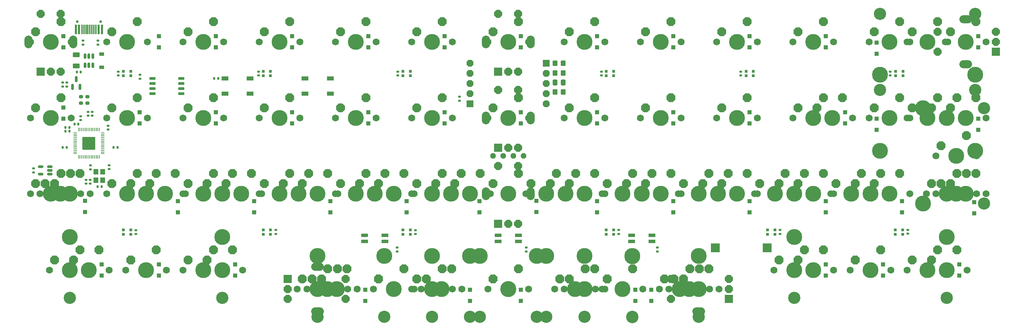
<source format=gbr>
%TF.GenerationSoftware,KiCad,Pcbnew,(7.0.0)*%
%TF.CreationDate,2023-11-20T17:20:02+01:00*%
%TF.ProjectId,alpha-curISO,616c7068-612d-4637-9572-49534f2e6b69,rev?*%
%TF.SameCoordinates,Original*%
%TF.FileFunction,Soldermask,Bot*%
%TF.FilePolarity,Negative*%
%FSLAX46Y46*%
G04 Gerber Fmt 4.6, Leading zero omitted, Abs format (unit mm)*
G04 Created by KiCad (PCBNEW (7.0.0)) date 2023-11-20 17:20:02*
%MOMM*%
%LPD*%
G01*
G04 APERTURE LIST*
G04 Aperture macros list*
%AMRoundRect*
0 Rectangle with rounded corners*
0 $1 Rounding radius*
0 $2 $3 $4 $5 $6 $7 $8 $9 X,Y pos of 4 corners*
0 Add a 4 corners polygon primitive as box body*
4,1,4,$2,$3,$4,$5,$6,$7,$8,$9,$2,$3,0*
0 Add four circle primitives for the rounded corners*
1,1,$1+$1,$2,$3*
1,1,$1+$1,$4,$5*
1,1,$1+$1,$6,$7*
1,1,$1+$1,$8,$9*
0 Add four rect primitives between the rounded corners*
20,1,$1+$1,$2,$3,$4,$5,0*
20,1,$1+$1,$4,$5,$6,$7,0*
20,1,$1+$1,$6,$7,$8,$9,0*
20,1,$1+$1,$8,$9,$2,$3,0*%
%AMFreePoly0*
4,1,17,0.480635,1.110355,1.110356,0.480635,1.125000,0.445280,1.125000,-0.445280,1.110356,-0.480635,0.480635,-1.110355,0.445280,-1.125000,-0.445280,-1.125000,-0.480635,-1.110356,-1.110355,-0.480635,-1.125000,-0.445280,-1.125000,0.445280,-1.110355,0.480635,-0.480635,1.110356,-0.445280,1.125000,0.445280,1.125000,0.480635,1.110355,0.480635,1.110355,$1*%
%AMFreePoly1*
4,1,14,0.985355,0.985355,1.000000,0.950000,1.000000,-0.950000,0.985355,-0.985355,0.950000,-1.000000,0.000000,-1.000000,-0.950000,-1.000000,-0.985355,-0.985355,-1.000000,-0.950000,-1.000000,0.950000,-0.985355,0.985355,-0.950000,1.000000,0.950000,1.000000,0.985355,0.985355,0.985355,0.985355,$1*%
%AMFreePoly2*
4,1,30,0.428858,0.985355,0.707104,0.707109,0.707107,0.707107,0.707109,0.707104,0.985356,0.428858,1.000000,0.393503,1.000000,-0.393503,0.985356,-0.428858,0.707109,-0.707104,0.707107,-0.707107,0.707104,-0.707109,0.428858,-0.985355,0.393503,-1.000000,0.000000,-1.000000,-0.393503,-1.000000,-0.428858,-0.985356,-0.707104,-0.707109,-0.707107,-0.707107,-0.707109,-0.707104,-0.985355,-0.428858,
-1.000000,-0.393503,-1.000000,0.393503,-0.985354,0.428858,-0.707111,0.707101,-0.707107,0.707107,-0.707101,0.707111,-0.428858,0.985356,-0.393503,1.000000,0.393503,1.000000,0.428858,0.985355,0.428858,0.985355,$1*%
%AMFreePoly3*
4,1,17,0.470280,1.085355,1.085355,0.470280,1.100000,0.434925,1.100000,-0.434925,1.085355,-0.470281,0.470280,-1.085355,0.434925,-1.100000,-0.434925,-1.100000,-0.470281,-1.085355,-1.085355,-0.470280,-1.100000,-0.434925,-1.100000,0.434925,-1.085355,0.470280,-0.470281,1.085355,-0.434925,1.100000,0.434925,1.100000,0.470280,1.085355,0.470280,1.085355,$1*%
%AMFreePoly4*
4,1,17,0.303973,0.683855,0.683855,0.303973,0.698500,0.268618,0.698500,-0.268618,0.683855,-0.303974,0.303973,-0.683855,0.268618,-0.698500,-0.268618,-0.698500,-0.303974,-0.683855,-0.683855,-0.303973,-0.698500,-0.268618,-0.698500,0.268618,-0.683855,0.303973,-0.303974,0.683855,-0.268618,0.698500,0.268618,0.698500,0.303973,0.683855,0.303973,0.683855,$1*%
%AMFreePoly5*
4,1,13,0.835355,0.835355,0.850000,0.800000,0.850000,-0.800000,0.835355,-0.835355,0.800000,-0.850000,-0.800000,-0.850000,-0.835355,-0.835355,-0.850000,-0.800000,-0.850000,0.800000,-0.835355,0.835355,-0.800000,0.850000,0.800000,0.850000,0.835355,0.835355,0.835355,0.835355,$1*%
%AMFreePoly6*
4,1,17,0.366726,0.835355,0.835355,0.366726,0.850000,0.331371,0.850000,-0.331371,0.835355,-0.366727,0.366726,-0.835355,0.331371,-0.850000,-0.331371,-0.850000,-0.366727,-0.835355,-0.835355,-0.366726,-0.850000,-0.331371,-0.850000,0.331371,-0.835355,0.366726,-0.366727,0.835355,-0.331371,0.850000,0.331371,0.850000,0.366726,0.835355,0.366726,0.835355,$1*%
G04 Aperture macros list end*
%ADD10C,1.750000*%
%ADD11C,3.987800*%
%ADD12FreePoly0,0.000000*%
%ADD13O,2.000000X3.200000*%
%ADD14FreePoly1,90.000000*%
%ADD15FreePoly2,90.000000*%
%ADD16C,3.048000*%
%ADD17FreePoly0,48.100000*%
%ADD18O,3.200000X2.000000*%
%ADD19FreePoly1,180.000000*%
%ADD20FreePoly2,180.000000*%
%ADD21C,4.000000*%
%ADD22FreePoly3,0.000000*%
%ADD23FreePoly1,0.000000*%
%ADD24FreePoly2,0.000000*%
%ADD25FreePoly4,0.000000*%
%ADD26FreePoly5,0.000000*%
%ADD27FreePoly6,0.000000*%
%ADD28R,1.100000X1.100000*%
%ADD29R,1.700000X1.000000*%
%ADD30R,1.700000X0.820000*%
%ADD31RoundRect,0.205000X0.645000X0.205000X-0.645000X0.205000X-0.645000X-0.205000X0.645000X-0.205000X0*%
%ADD32RoundRect,0.135000X0.185000X-0.135000X0.185000X0.135000X-0.185000X0.135000X-0.185000X-0.135000X0*%
%ADD33RoundRect,0.105000X0.245000X0.245000X-0.245000X0.245000X-0.245000X-0.245000X0.245000X-0.245000X0*%
%ADD34RoundRect,0.140000X-0.170000X0.140000X-0.170000X-0.140000X0.170000X-0.140000X0.170000X0.140000X0*%
%ADD35RoundRect,0.105000X-0.245000X-0.245000X0.245000X-0.245000X0.245000X0.245000X-0.245000X0.245000X0*%
%ADD36RoundRect,0.140000X0.170000X-0.140000X0.170000X0.140000X-0.170000X0.140000X-0.170000X-0.140000X0*%
%ADD37RoundRect,0.250000X-0.350000X-0.450000X0.350000X-0.450000X0.350000X0.450000X-0.350000X0.450000X0*%
%ADD38RoundRect,0.140000X0.140000X0.170000X-0.140000X0.170000X-0.140000X-0.170000X0.140000X-0.170000X0*%
%ADD39RoundRect,0.250000X0.337500X0.475000X-0.337500X0.475000X-0.337500X-0.475000X0.337500X-0.475000X0*%
%ADD40RoundRect,0.150000X0.512500X0.150000X-0.512500X0.150000X-0.512500X-0.150000X0.512500X-0.150000X0*%
%ADD41R,1.200000X1.400000*%
%ADD42RoundRect,0.150000X0.150000X-0.587500X0.150000X0.587500X-0.150000X0.587500X-0.150000X-0.587500X0*%
%ADD43RoundRect,0.140000X-0.140000X-0.170000X0.140000X-0.170000X0.140000X0.170000X-0.140000X0.170000X0*%
%ADD44RoundRect,0.135000X-0.185000X0.135000X-0.185000X-0.135000X0.185000X-0.135000X0.185000X0.135000X0*%
%ADD45R,1.200000X0.900000*%
%ADD46RoundRect,0.200000X-0.275000X0.200000X-0.275000X-0.200000X0.275000X-0.200000X0.275000X0.200000X0*%
%ADD47RoundRect,0.135000X0.135000X0.185000X-0.135000X0.185000X-0.135000X-0.185000X0.135000X-0.185000X0*%
%ADD48RoundRect,0.150000X0.650000X0.150000X-0.650000X0.150000X-0.650000X-0.150000X0.650000X-0.150000X0*%
%ADD49RoundRect,0.150000X0.150000X-0.512500X0.150000X0.512500X-0.150000X0.512500X-0.150000X-0.512500X0*%
%ADD50RoundRect,0.250000X-0.625000X0.375000X-0.625000X-0.375000X0.625000X-0.375000X0.625000X0.375000X0*%
%ADD51C,0.650000*%
%ADD52R,0.600000X2.450000*%
%ADD53R,0.300000X2.450000*%
%ADD54R,2.300000X2.300000*%
%ADD55RoundRect,0.050000X0.387500X0.050000X-0.387500X0.050000X-0.387500X-0.050000X0.387500X-0.050000X0*%
%ADD56RoundRect,0.050000X0.050000X0.387500X-0.050000X0.387500X-0.050000X-0.387500X0.050000X-0.387500X0*%
%ADD57RoundRect,0.144000X1.456000X1.456000X-1.456000X1.456000X-1.456000X-1.456000X1.456000X-1.456000X0*%
%ADD58RoundRect,0.250000X0.350000X0.450000X-0.350000X0.450000X-0.350000X-0.450000X0.350000X-0.450000X0*%
G04 APERTURE END LIST*
D10*
%TO.C,SW30(ortho)1*%
X85407500Y-96820487D03*
D11*
X90487500Y-96820487D03*
D10*
X95567500Y-96820487D03*
D12*
X86677500Y-94280487D03*
X93027500Y-91740487D03*
%TD*%
D10*
%TO.C,SW12*%
X237807500Y-58737500D03*
D11*
X242887500Y-58737500D03*
D10*
X247967500Y-58737500D03*
D12*
X239077500Y-56197500D03*
X245427500Y-53657500D03*
%TD*%
D10*
%TO.C,SW31(ortho)1*%
X104457500Y-96820487D03*
D11*
X109537500Y-96820487D03*
D10*
X114617500Y-96820487D03*
D12*
X105727500Y-94280487D03*
X112077500Y-91740487D03*
%TD*%
D10*
%TO.C,SW43(1.75)1*%
X125902566Y-120635521D03*
D11*
X130982566Y-120635521D03*
D10*
X136062566Y-120635521D03*
D12*
X127172566Y-118095521D03*
X133522566Y-115555521D03*
%TD*%
D10*
%TO.C,SW48*%
X233045000Y-115887500D03*
D11*
X238125000Y-115887500D03*
D10*
X243205000Y-115887500D03*
D12*
X234315000Y-113347500D03*
X240665000Y-110807500D03*
%TD*%
D10*
%TO.C,SW33(1.5stagger)1*%
X152082500Y-96820487D03*
D11*
X157162500Y-96820487D03*
D10*
X162242500Y-96820487D03*
D12*
X153352500Y-94280487D03*
X159702500Y-91740487D03*
%TD*%
D13*
%TO.C,SW_rotary3*%
X142037499Y-58737499D03*
X153237499Y-58737499D03*
D14*
X145137500Y-66237500D03*
D15*
X150137500Y-66237500D03*
X147637500Y-66237500D03*
X150137500Y-51737500D03*
X145137500Y-51737500D03*
%TD*%
D11*
%TO.C,SW42(3)1*%
X100012500Y-112395000D03*
D16*
X100012500Y-127635000D03*
D10*
X113982500Y-120650000D03*
D11*
X119062500Y-120650000D03*
D10*
X124142500Y-120650000D03*
D11*
X138112500Y-112395000D03*
D16*
X138112500Y-127635000D03*
D17*
X115252500Y-118110000D03*
D12*
X121602500Y-115570000D03*
%TD*%
D10*
%TO.C,SW32(ortho)1*%
X123507500Y-96820487D03*
D11*
X128587500Y-96820487D03*
D10*
X133667500Y-96820487D03*
D12*
X124777500Y-94280487D03*
X131127500Y-91740487D03*
%TD*%
D10*
%TO.C,SW42(1)1*%
X94932500Y-120650000D03*
D11*
X100012500Y-120650000D03*
D10*
X105092500Y-120650000D03*
D12*
X96202500Y-118110000D03*
X102552500Y-115570000D03*
%TD*%
D10*
%TO.C,SW34(1.5stagger)1*%
X171132500Y-96820487D03*
D11*
X176212500Y-96820487D03*
D10*
X181292500Y-96820487D03*
D12*
X172402500Y-94280487D03*
X178752500Y-91740487D03*
%TD*%
D10*
%TO.C,SW21*%
X161607500Y-77787500D03*
D11*
X166687500Y-77787500D03*
D10*
X171767500Y-77787500D03*
D12*
X162877500Y-75247500D03*
X169227500Y-72707500D03*
%TD*%
D10*
%TO.C,SW28*%
X52070000Y-96820487D03*
D11*
X57150000Y-96820487D03*
D10*
X62230000Y-96820487D03*
D12*
X53340000Y-94280487D03*
X59690000Y-91740487D03*
%TD*%
D10*
%TO.C,SW8*%
X161607500Y-58737500D03*
D11*
X166687500Y-58737500D03*
D10*
X171767500Y-58737500D03*
D12*
X162877500Y-56197500D03*
X169227500Y-53657500D03*
%TD*%
D10*
%TO.C,SW28(1.5stagger)1*%
X56832500Y-96820487D03*
D11*
X61912500Y-96820487D03*
D10*
X66992500Y-96820487D03*
D12*
X58102500Y-94280487D03*
X64452500Y-91740487D03*
%TD*%
D10*
%TO.C,SW46(1.5)1*%
X185420000Y-120650000D03*
D11*
X190500000Y-120650000D03*
D10*
X195580000Y-120650000D03*
D12*
X186690000Y-118110000D03*
X193040000Y-115570000D03*
%TD*%
D10*
%TO.C,SW23*%
X199707500Y-77787500D03*
D11*
X204787500Y-77787500D03*
D10*
X209867500Y-77787500D03*
D12*
X200977500Y-75247500D03*
X207327500Y-72707500D03*
%TD*%
D10*
%TO.C,SW36*%
X213995000Y-96820487D03*
D11*
X219075000Y-96820487D03*
D10*
X224155000Y-96820487D03*
D12*
X215265000Y-94280487D03*
X221615000Y-91740487D03*
%TD*%
D16*
%TO.C,SW12(2)1*%
X240506250Y-51752500D03*
D11*
X240506250Y-66992500D03*
D10*
X247332500Y-58737500D03*
D11*
X252412500Y-58737500D03*
D10*
X257492500Y-58737500D03*
D16*
X264318750Y-51752500D03*
D11*
X264318750Y-66992500D03*
D12*
X248602500Y-56197500D03*
X254952500Y-53657500D03*
%TD*%
D10*
%TO.C,SW15*%
X47307500Y-77787500D03*
D11*
X52387500Y-77787500D03*
D10*
X57467500Y-77787500D03*
D12*
X48577500Y-75247500D03*
X54927500Y-72707500D03*
%TD*%
D10*
%TO.C,SW50(ortho)1*%
X142557500Y-96820487D03*
D11*
X147637500Y-96820487D03*
D10*
X152717500Y-96820487D03*
D12*
X143827500Y-94280487D03*
X150177500Y-91740487D03*
%TD*%
D10*
%TO.C,SW39(1.5)1*%
X37782500Y-115887500D03*
D11*
X42862500Y-115887500D03*
D10*
X47942500Y-115887500D03*
D12*
X39052500Y-113347500D03*
X45402500Y-110807500D03*
%TD*%
D10*
%TO.C,SW6*%
X123507500Y-58737500D03*
D11*
X128587500Y-58737500D03*
D10*
X133667500Y-58737500D03*
D12*
X124777500Y-56197500D03*
X131127500Y-53657500D03*
%TD*%
D10*
%TO.C,SW31*%
X109220000Y-96820487D03*
D11*
X114300000Y-96820487D03*
D10*
X119380000Y-96820487D03*
D12*
X110490000Y-94280487D03*
X116840000Y-91740487D03*
%TD*%
D10*
%TO.C,SW37(1.5stagger)1*%
X228282500Y-96820487D03*
D11*
X233362500Y-96820487D03*
D10*
X238442500Y-96820487D03*
D12*
X229552500Y-94280487D03*
X235902500Y-91740487D03*
%TD*%
D10*
%TO.C,SW38(1.25)1*%
X254475000Y-96820487D03*
D11*
X259555000Y-96820487D03*
D10*
X264635000Y-96820487D03*
D12*
X255745000Y-94280487D03*
X262095000Y-91740487D03*
%TD*%
D10*
%TO.C,SW47*%
X213995000Y-115887500D03*
D11*
X219075000Y-115887500D03*
D10*
X224155000Y-115887500D03*
D12*
X215265000Y-113347500D03*
X221615000Y-110807500D03*
%TD*%
D10*
%TO.C,SW26(1.5)1*%
X252095000Y-77787500D03*
D11*
X257175000Y-77787500D03*
D10*
X262255000Y-77787500D03*
D12*
X253365000Y-75247500D03*
X259715000Y-72707500D03*
%TD*%
D10*
%TO.C,SW46(1)1*%
X190182500Y-120650000D03*
D11*
X195262500Y-120650000D03*
D10*
X200342500Y-120650000D03*
D12*
X191452500Y-118110000D03*
X197802500Y-115570000D03*
%TD*%
D10*
%TO.C,SW1*%
X28257500Y-58737500D03*
D11*
X33337500Y-58737500D03*
D10*
X38417500Y-58737500D03*
D12*
X29527500Y-56197500D03*
X35877500Y-53657500D03*
%TD*%
D11*
%TO.C,SW26(ISO)1*%
X251301250Y-75374500D03*
X251301250Y-99250500D03*
D10*
X254476250Y-87312500D03*
D11*
X259556250Y-87312500D03*
D10*
X264636250Y-87312500D03*
D16*
X266541250Y-75374500D03*
X266541250Y-99250500D03*
D12*
X255746250Y-84772500D03*
X262096250Y-82232500D03*
%TD*%
D10*
%TO.C,SW37(ortho)1*%
X237807500Y-96820487D03*
D11*
X242887500Y-96820487D03*
D10*
X247967500Y-96820487D03*
D12*
X239077500Y-94280487D03*
X245427500Y-91740487D03*
%TD*%
D10*
%TO.C,SW41(1.5)1*%
X66357500Y-115887500D03*
D11*
X71437500Y-115887500D03*
D10*
X76517500Y-115887500D03*
D12*
X67627500Y-113347500D03*
X73977500Y-110807500D03*
%TD*%
D10*
%TO.C,SW27(ortho)1*%
X28257500Y-96820487D03*
D11*
X33337500Y-96820487D03*
D10*
X38417500Y-96820487D03*
D12*
X29527500Y-94280487D03*
X35877500Y-91740487D03*
%TD*%
D10*
%TO.C,SW38(1.5)1*%
X252095000Y-96820487D03*
D11*
X257175000Y-96820487D03*
D10*
X262255000Y-96820487D03*
D12*
X253365000Y-94280487D03*
X259715000Y-91740487D03*
%TD*%
D18*
%TO.C,SW_rotary2*%
X261937499Y-64337499D03*
X261937499Y-53137499D03*
D19*
X269437500Y-61237500D03*
D20*
X269437500Y-56237500D03*
X269437500Y-58737500D03*
X254937500Y-56237500D03*
X254937500Y-61237500D03*
%TD*%
D18*
%TO.C,SW_rotary6*%
X195262499Y-126249999D03*
D19*
X202762500Y-123150000D03*
D20*
X202762500Y-118150000D03*
X202762500Y-120650000D03*
X188262500Y-118150000D03*
X188262500Y-123150000D03*
%TD*%
D10*
%TO.C,SW9*%
X180657500Y-58737500D03*
D11*
X185737500Y-58737500D03*
D10*
X190817500Y-58737500D03*
D12*
X181927500Y-56197500D03*
X188277500Y-53657500D03*
%TD*%
D10*
%TO.C,SW33*%
X156845000Y-96820487D03*
D11*
X161925000Y-96820487D03*
D10*
X167005000Y-96820487D03*
D12*
X158115000Y-94280487D03*
X164465000Y-91740487D03*
%TD*%
D11*
%TO.C,SW43(2)1*%
X116681250Y-112395000D03*
D16*
X116681250Y-127635000D03*
D10*
X123507500Y-120650000D03*
D11*
X128587500Y-120650000D03*
D10*
X133667500Y-120650000D03*
D11*
X140493750Y-112395000D03*
D16*
X140493750Y-127635000D03*
D12*
X124777500Y-118110000D03*
X131127500Y-115570000D03*
%TD*%
D11*
%TO.C,SW44(4)1*%
X116649500Y-112395000D03*
D16*
X116649500Y-127635000D03*
D21*
X147637500Y-120650000D03*
D11*
X178625500Y-112420400D03*
D16*
X178625500Y-127660400D03*
D22*
X143827500Y-118110000D03*
X150177500Y-115570000D03*
%TD*%
D10*
%TO.C,SW33(ortho)1*%
X161607500Y-96820487D03*
D11*
X166687500Y-96820487D03*
D10*
X171767500Y-96820487D03*
D12*
X162877500Y-94280487D03*
X169227500Y-91740487D03*
%TD*%
D10*
%TO.C,SW10*%
X199707500Y-58737500D03*
D11*
X204787500Y-58737500D03*
D10*
X209867500Y-58737500D03*
D12*
X200977500Y-56197500D03*
X207327500Y-53657500D03*
%TD*%
D10*
%TO.C,SW18*%
X104457500Y-77787500D03*
D11*
X109537500Y-77787500D03*
D10*
X114617500Y-77787500D03*
D12*
X105727500Y-75247500D03*
X112077500Y-72707500D03*
%TD*%
D10*
%TO.C,SW34(ortho)1*%
X180657500Y-96820487D03*
D11*
X185737500Y-96820487D03*
D10*
X190817500Y-96820487D03*
D12*
X181927500Y-94280487D03*
X188277500Y-91740487D03*
%TD*%
D10*
%TO.C,SW36(ortho)1*%
X218757500Y-96820487D03*
D11*
X223837500Y-96820487D03*
D10*
X228917500Y-96820487D03*
D12*
X220027500Y-94280487D03*
X226377500Y-91740487D03*
%TD*%
D18*
%TO.C,SW_rotary5*%
X100012499Y-115049999D03*
X100012499Y-126249999D03*
D23*
X92512500Y-118150000D03*
D24*
X92512500Y-123150000D03*
X92512500Y-120650000D03*
X107012500Y-123150000D03*
X107012500Y-118150000D03*
%TD*%
D10*
%TO.C,SW2*%
X47307500Y-58737500D03*
D11*
X52387500Y-58737500D03*
D10*
X57467500Y-58737500D03*
D12*
X48577500Y-56197500D03*
X54927500Y-53657500D03*
%TD*%
D10*
%TO.C,SW38(ortho)1*%
X256857500Y-96820487D03*
D11*
X261937500Y-96820487D03*
D10*
X267017500Y-96820487D03*
D12*
X258127500Y-94280487D03*
X264477500Y-91740487D03*
%TD*%
D10*
%TO.C,SW49(1.5)1*%
X247332500Y-115887500D03*
D11*
X252412500Y-115887500D03*
D10*
X257492500Y-115887500D03*
D12*
X248602500Y-113347500D03*
X254952500Y-110807500D03*
%TD*%
D10*
%TO.C,SW34*%
X175895000Y-96820487D03*
D11*
X180975000Y-96820487D03*
D10*
X186055000Y-96820487D03*
D12*
X177165000Y-94280487D03*
X183515000Y-91740487D03*
%TD*%
D10*
%TO.C,SW4*%
X85407500Y-58737500D03*
D11*
X90487500Y-58737500D03*
D10*
X95567500Y-58737500D03*
D12*
X86677500Y-56197500D03*
X93027500Y-53657500D03*
%TD*%
D10*
%TO.C,SW13*%
X256857500Y-58737500D03*
D11*
X261937500Y-58737500D03*
D10*
X267017500Y-58737500D03*
D12*
X258127500Y-56197500D03*
X264477500Y-53657500D03*
%TD*%
D10*
%TO.C,SW35(ortho)1*%
X199707500Y-96820487D03*
D11*
X204787500Y-96820487D03*
D10*
X209867500Y-96820487D03*
D12*
X200977500Y-94280487D03*
X207327500Y-91740487D03*
%TD*%
D10*
%TO.C,SW32*%
X128270000Y-96820487D03*
D11*
X133350000Y-96820487D03*
D10*
X138430000Y-96820487D03*
D12*
X129540000Y-94280487D03*
X135890000Y-91740487D03*
%TD*%
D10*
%TO.C,SW29(ortho)1*%
X66357500Y-96820487D03*
D11*
X71437500Y-96820487D03*
D10*
X76517500Y-96820487D03*
D12*
X67627500Y-94280487D03*
X73977500Y-91740487D03*
%TD*%
D10*
%TO.C,SW30(1.5stagger)1*%
X94932500Y-96820487D03*
D11*
X100012500Y-96820487D03*
D10*
X105092500Y-96820487D03*
D12*
X96202500Y-94280487D03*
X102552500Y-91740487D03*
%TD*%
D10*
%TO.C,SW29(1.5stagger)1*%
X75882500Y-96820487D03*
D11*
X80962500Y-96820487D03*
D10*
X86042500Y-96820487D03*
D12*
X77152500Y-94280487D03*
X83502500Y-91740487D03*
%TD*%
D11*
%TO.C,SW45(2)1*%
X154781250Y-112395000D03*
D16*
X154781250Y-127635000D03*
D10*
X161607500Y-120650000D03*
D11*
X166687500Y-120650000D03*
D10*
X171767500Y-120650000D03*
D11*
X178593750Y-112395000D03*
D16*
X178593750Y-127635000D03*
D12*
X162877500Y-118110000D03*
X169227500Y-115570000D03*
%TD*%
D10*
%TO.C,SW46(1.25)1*%
X187815066Y-120635521D03*
D11*
X192895066Y-120635521D03*
D10*
X197975066Y-120635521D03*
D12*
X189085066Y-118095521D03*
X195435066Y-115555521D03*
%TD*%
D25*
%TO.C,OL1*%
X143827500Y-87312500D03*
X146367500Y-87312500D03*
X148907500Y-87312500D03*
X151447500Y-87312500D03*
%TD*%
D10*
%TO.C,SW16*%
X66357500Y-77787500D03*
D11*
X71437500Y-77787500D03*
D10*
X76517500Y-77787500D03*
D12*
X67627500Y-75247500D03*
X73977500Y-72707500D03*
%TD*%
D10*
%TO.C,SW25*%
X237807500Y-77787500D03*
D11*
X242887500Y-77787500D03*
D10*
X247967500Y-77787500D03*
D12*
X239077500Y-75247500D03*
X245427500Y-72707500D03*
%TD*%
D11*
%TO.C,SW46(3)1*%
X157162500Y-112395000D03*
D16*
X157162500Y-127635000D03*
D10*
X171132500Y-120650000D03*
D11*
X176212500Y-120650000D03*
D10*
X181292500Y-120650000D03*
D11*
X195262500Y-112395000D03*
D16*
X195262500Y-127635000D03*
D17*
X172402500Y-118110000D03*
D12*
X178752500Y-115570000D03*
%TD*%
D10*
%TO.C,SW39*%
X33020000Y-115887500D03*
D11*
X38100000Y-115887500D03*
D10*
X43180000Y-115887500D03*
D12*
X34290000Y-113347500D03*
X40640000Y-110807500D03*
%TD*%
D10*
%TO.C,SW19*%
X123507500Y-77787500D03*
D11*
X128587500Y-77787500D03*
D10*
X133667500Y-77787500D03*
D12*
X124777500Y-75247500D03*
X131127500Y-72707500D03*
%TD*%
D26*
%TO.C,J2*%
X157162500Y-64135000D03*
D27*
X157162500Y-66675000D03*
X157162500Y-69215000D03*
X157162500Y-71755000D03*
X157162500Y-74295000D03*
%TD*%
D11*
%TO.C,SW44(6)1*%
X100012500Y-112395000D03*
D16*
X100012500Y-127635000D03*
D10*
X142557500Y-120650000D03*
D11*
X147637500Y-120650000D03*
D10*
X152717500Y-120650000D03*
D11*
X195262500Y-112395000D03*
D16*
X195262500Y-127635000D03*
D12*
X143827500Y-118110000D03*
X150177500Y-115570000D03*
%TD*%
D10*
%TO.C,SW35*%
X194945000Y-96820487D03*
D11*
X200025000Y-96820487D03*
D10*
X205105000Y-96820487D03*
D12*
X196215000Y-94280487D03*
X202565000Y-91740487D03*
%TD*%
D10*
%TO.C,SW37*%
X233045000Y-96820487D03*
D11*
X238125000Y-96820487D03*
D10*
X243205000Y-96820487D03*
D12*
X234315000Y-94280487D03*
X240665000Y-91740487D03*
%TD*%
D10*
%TO.C,SW20*%
X142557500Y-77787500D03*
D11*
X147637500Y-77787500D03*
D10*
X152717500Y-77787500D03*
D12*
X143827500Y-75247500D03*
X150177500Y-72707500D03*
%TD*%
D10*
%TO.C,SW11*%
X218757500Y-58737500D03*
D11*
X223837500Y-58737500D03*
D10*
X228917500Y-58737500D03*
D12*
X220027500Y-56197500D03*
X226377500Y-53657500D03*
%TD*%
D10*
%TO.C,SW24(1.5)1*%
X223520000Y-77787500D03*
D11*
X228600000Y-77787500D03*
D10*
X233680000Y-77787500D03*
D12*
X224790000Y-75247500D03*
X231140000Y-72707500D03*
%TD*%
D10*
%TO.C,SW7*%
X142557500Y-58737500D03*
D11*
X147637500Y-58737500D03*
D10*
X152717500Y-58737500D03*
D12*
X143827500Y-56197500D03*
X150177500Y-53657500D03*
%TD*%
D10*
%TO.C,SW40*%
X52070000Y-115887500D03*
D11*
X57150000Y-115887500D03*
D10*
X62230000Y-115887500D03*
D12*
X53340000Y-113347500D03*
X59690000Y-110807500D03*
%TD*%
D16*
%TO.C,SW26(2)1*%
X240506250Y-70802500D03*
D11*
X240506250Y-86042500D03*
D10*
X247332500Y-77787500D03*
D11*
X252412500Y-77787500D03*
D10*
X257492500Y-77787500D03*
D16*
X264318750Y-70802500D03*
D11*
X264318750Y-86042500D03*
D12*
X248602500Y-75247500D03*
X254952500Y-72707500D03*
%TD*%
D11*
%TO.C,SW48(3)1*%
X219075000Y-107632500D03*
D16*
X219075000Y-122872500D03*
D10*
X233045000Y-115887500D03*
D11*
X238125000Y-115887500D03*
D10*
X243205000Y-115887500D03*
D11*
X257175000Y-107632500D03*
D16*
X257175000Y-122872500D03*
D17*
X234315000Y-113347500D03*
D12*
X240665000Y-110807500D03*
%TD*%
D13*
%TO.C,SW_rotary1*%
X27737499Y-58737499D03*
X38937499Y-58737499D03*
D14*
X30837500Y-66237500D03*
D15*
X35837500Y-66237500D03*
X33337500Y-66237500D03*
X35837500Y-51737500D03*
X30837500Y-51737500D03*
%TD*%
D13*
%TO.C,SW_rotary4*%
X142037499Y-77787499D03*
X153237499Y-77787499D03*
D14*
X145137500Y-85287500D03*
D15*
X150137500Y-85287500D03*
X147637500Y-85287500D03*
X150137500Y-70787500D03*
X145137500Y-70787500D03*
%TD*%
D10*
%TO.C,SW36(1.5stagger)1*%
X209232500Y-96820487D03*
D11*
X214312500Y-96820487D03*
D10*
X219392500Y-96820487D03*
D12*
X210502500Y-94280487D03*
X216852500Y-91740487D03*
%TD*%
D10*
%TO.C,SW5*%
X104457500Y-58737500D03*
D11*
X109537500Y-58737500D03*
D10*
X114617500Y-58737500D03*
D12*
X105727500Y-56197500D03*
X112077500Y-53657500D03*
%TD*%
D11*
%TO.C,SW44(3)1*%
X128587500Y-112395000D03*
D16*
X128587500Y-127635000D03*
D10*
X142557500Y-120650000D03*
D11*
X147637500Y-120650000D03*
D10*
X152717500Y-120650000D03*
D11*
X166687500Y-112395000D03*
D16*
X166687500Y-127635000D03*
D17*
X143827500Y-118110000D03*
D12*
X150177500Y-115570000D03*
%TD*%
D13*
%TO.C,SW_rotary7*%
X142037499Y-96820486D03*
X153237499Y-96820486D03*
D14*
X145137500Y-104320487D03*
D15*
X150137500Y-104320487D03*
X147637500Y-104320487D03*
X150137500Y-89820487D03*
X145137500Y-89820487D03*
%TD*%
D10*
%TO.C,SW22*%
X180657500Y-77787500D03*
D11*
X185737500Y-77787500D03*
D10*
X190817500Y-77787500D03*
D12*
X181927500Y-75247500D03*
X188277500Y-72707500D03*
%TD*%
D10*
%TO.C,SW27(1.5)1*%
X33020000Y-96820487D03*
D11*
X38100000Y-96820487D03*
D10*
X43180000Y-96820487D03*
D12*
X34290000Y-94280487D03*
X40640000Y-91740487D03*
%TD*%
D10*
%TO.C,SW42(1.25)1*%
X97327566Y-120635521D03*
D11*
X102407566Y-120635521D03*
D10*
X107487566Y-120635521D03*
D12*
X98597566Y-118095521D03*
X104947566Y-115555521D03*
%TD*%
D10*
%TO.C,SW42(1.5)1*%
X99695000Y-120650000D03*
D11*
X104775000Y-120650000D03*
D10*
X109855000Y-120650000D03*
D12*
X100965000Y-118110000D03*
X107315000Y-115570000D03*
%TD*%
D10*
%TO.C,SW27(1.25)1*%
X30640000Y-96820487D03*
D11*
X35720000Y-96820487D03*
D10*
X40800000Y-96820487D03*
D12*
X31910000Y-94280487D03*
X38260000Y-91740487D03*
%TD*%
D10*
%TO.C,SW49*%
X252095000Y-115887500D03*
D11*
X257175000Y-115887500D03*
D10*
X262255000Y-115887500D03*
D12*
X253365000Y-113347500D03*
X259715000Y-110807500D03*
%TD*%
D10*
%TO.C,SW26*%
X256857500Y-77787500D03*
D11*
X261937500Y-77787500D03*
D10*
X267017500Y-77787500D03*
D12*
X258127500Y-75247500D03*
X264477500Y-72707500D03*
%TD*%
D10*
%TO.C,SW28(ortho)1*%
X47307500Y-96820487D03*
D11*
X52387500Y-96820487D03*
D10*
X57467500Y-96820487D03*
D12*
X48577500Y-94280487D03*
X54927500Y-91740487D03*
%TD*%
D10*
%TO.C,SW24*%
X218757500Y-77787500D03*
D11*
X223837500Y-77787500D03*
D10*
X228917500Y-77787500D03*
D12*
X220027500Y-75247500D03*
X226377500Y-72707500D03*
%TD*%
D10*
%TO.C,SW17*%
X85407500Y-77787500D03*
D11*
X90487500Y-77787500D03*
D10*
X95567500Y-77787500D03*
D12*
X86677500Y-75247500D03*
X93027500Y-72707500D03*
%TD*%
D11*
%TO.C,SW40(3)1*%
X38100000Y-107632500D03*
D16*
X38100000Y-122872500D03*
D10*
X52070000Y-115887500D03*
D11*
X57150000Y-115887500D03*
D10*
X62230000Y-115887500D03*
D11*
X76200000Y-107632500D03*
D16*
X76200000Y-122872500D03*
D17*
X53340000Y-113347500D03*
D12*
X59690000Y-110807500D03*
%TD*%
D10*
%TO.C,SW3*%
X66357500Y-58737500D03*
D11*
X71437500Y-58737500D03*
D10*
X76517500Y-58737500D03*
D12*
X67627500Y-56197500D03*
X73977500Y-53657500D03*
%TD*%
D10*
%TO.C,SW45(1.75)1*%
X159240066Y-120635521D03*
D11*
X164320066Y-120635521D03*
D10*
X169400066Y-120635521D03*
D12*
X160510066Y-118095521D03*
X166860066Y-115555521D03*
%TD*%
D10*
%TO.C,SW14*%
X28257500Y-77787500D03*
D11*
X33337500Y-77787500D03*
D10*
X38417500Y-77787500D03*
D12*
X29527500Y-75247500D03*
X35877500Y-72707500D03*
%TD*%
D10*
%TO.C,SW41*%
X71120000Y-115887500D03*
D11*
X76200000Y-115887500D03*
D10*
X81280000Y-115887500D03*
D12*
X72390000Y-113347500D03*
X78740000Y-110807500D03*
%TD*%
D10*
%TO.C,SW47(1.5)1*%
X218757500Y-115887500D03*
D11*
X223837500Y-115887500D03*
D10*
X228917500Y-115887500D03*
D12*
X220027500Y-113347500D03*
X226377500Y-110807500D03*
%TD*%
D10*
%TO.C,SW35(1.5stagger)1*%
X190182500Y-96820487D03*
D11*
X195262500Y-96820487D03*
D10*
X200342500Y-96820487D03*
D12*
X191452500Y-94280487D03*
X197802500Y-91740487D03*
%TD*%
D10*
%TO.C,SW30*%
X90170000Y-96820487D03*
D11*
X95250000Y-96820487D03*
D10*
X100330000Y-96820487D03*
D12*
X91440000Y-94280487D03*
X97790000Y-91740487D03*
%TD*%
D10*
%TO.C,SW32(1.5stagger)1*%
X133032500Y-96820487D03*
D11*
X138112500Y-96820487D03*
D10*
X143192500Y-96820487D03*
D12*
X134302500Y-94280487D03*
X140652500Y-91740487D03*
%TD*%
D10*
%TO.C,SW31(1.5stagger)1*%
X113982500Y-96820487D03*
D11*
X119062500Y-96820487D03*
D10*
X124142500Y-96820487D03*
D12*
X115252500Y-94280487D03*
X121602500Y-91740487D03*
%TD*%
D10*
%TO.C,SW29*%
X71120000Y-96820487D03*
D11*
X76200000Y-96820487D03*
D10*
X81280000Y-96820487D03*
D12*
X72390000Y-94280487D03*
X78740000Y-91740487D03*
%TD*%
D28*
%TO.C,D32*%
X188912499Y-79187499D03*
X188912499Y-76387499D03*
%TD*%
D29*
%TO.C,SW27*%
X76859999Y-71749999D03*
X83159999Y-71749999D03*
X76859999Y-67949999D03*
X83159999Y-67949999D03*
%TD*%
D30*
%TO.C,LED2*%
X150187499Y-108699999D03*
X150187499Y-107199999D03*
D31*
X145087500Y-107200000D03*
D30*
X145087499Y-108699999D03*
%TD*%
D28*
%TO.C,D2*%
X36512499Y-77980999D03*
X36512499Y-75180999D03*
%TD*%
D32*
%TO.C,R7*%
X43230800Y-90680000D03*
X43230800Y-89660000D03*
%TD*%
D33*
%TO.C,LED8*%
X246279000Y-66125000D03*
X246279000Y-67225000D03*
X244449000Y-67225000D03*
X244449000Y-66125000D03*
%TD*%
D34*
%TO.C,C22*%
X85217000Y-66195000D03*
X85217000Y-67155000D03*
%TD*%
D28*
%TO.C,D11*%
X84137499Y-101412499D03*
X84137499Y-98612499D03*
%TD*%
D34*
%TO.C,C2*%
X47904400Y-89639200D03*
X47904400Y-90599200D03*
%TD*%
D28*
%TO.C,D9*%
X74612499Y-60137499D03*
X74612499Y-57337499D03*
%TD*%
%TO.C,D50*%
X154685999Y-101348999D03*
X154685999Y-98548999D03*
%TD*%
%TO.C,D7*%
X65087499Y-101412499D03*
X65087499Y-98612499D03*
%TD*%
D35*
%TO.C,LED15*%
X86391288Y-106912500D03*
X86391288Y-105812500D03*
X88221288Y-105812500D03*
X88221288Y-106912500D03*
%TD*%
D29*
%TO.C,SW38*%
X103162499Y-67949999D03*
X96862499Y-67949999D03*
X103162499Y-71749999D03*
X96862499Y-71749999D03*
%TD*%
D36*
%TO.C,C10*%
X40792400Y-78331000D03*
X40792400Y-77371000D03*
%TD*%
D34*
%TO.C,C14*%
X42164000Y-93274000D03*
X42164000Y-94234000D03*
%TD*%
D28*
%TO.C,D24*%
X150812499Y-123637499D03*
X150812499Y-120837499D03*
%TD*%
D37*
%TO.C,UR1*%
X159337500Y-66516250D03*
X161337500Y-66516250D03*
%TD*%
D28*
%TO.C,D42*%
X239712499Y-61724999D03*
X239712499Y-58924999D03*
%TD*%
%TO.C,D44*%
X246062499Y-101412499D03*
X246062499Y-98612499D03*
%TD*%
D34*
%TO.C,C20*%
X54567636Y-105890928D03*
X54567636Y-106850928D03*
%TD*%
%TO.C,C21*%
X50165000Y-66195000D03*
X50165000Y-67155000D03*
%TD*%
D28*
%TO.C,D5*%
X60324999Y-60137499D03*
X60324999Y-57337499D03*
%TD*%
%TO.C,D23*%
X138112499Y-123637499D03*
X138112499Y-120837499D03*
%TD*%
%TO.C,D49*%
X260349999Y-117287499D03*
X260349999Y-114487499D03*
%TD*%
D38*
%TO.C,C1*%
X46003085Y-94996000D03*
X45043085Y-94996000D03*
%TD*%
D28*
%TO.C,D25*%
X150812499Y-60137499D03*
X150812499Y-57337499D03*
%TD*%
D36*
%TO.C,C5*%
X36290251Y-69918861D03*
X36290251Y-68958861D03*
%TD*%
D28*
%TO.C,D13*%
X93662499Y-60137499D03*
X93662499Y-57337499D03*
%TD*%
%TO.C,D39*%
X231774999Y-79187499D03*
X231774999Y-76387499D03*
%TD*%
D39*
%TO.C,C18*%
X161375000Y-68897500D03*
X159300000Y-68897500D03*
%TD*%
D36*
%TO.C,C19*%
X29006800Y-91412000D03*
X29006800Y-90452000D03*
%TD*%
D28*
%TO.C,D19*%
X111918749Y-123637499D03*
X111918749Y-120837499D03*
%TD*%
D33*
%TO.C,LED4*%
X88221288Y-66125000D03*
X88221288Y-67225000D03*
X86391288Y-67225000D03*
X86391288Y-66125000D03*
%TD*%
D40*
%TO.C,U5*%
X33090700Y-89982000D03*
X33090700Y-90932000D03*
X33090700Y-91882000D03*
X30815700Y-91882000D03*
X30815700Y-89982000D03*
%TD*%
D41*
%TO.C,Y1*%
X44629599Y-93439735D03*
X44629599Y-91239735D03*
X46329599Y-91239735D03*
X46329599Y-93439735D03*
%TD*%
D42*
%TO.C,U3*%
X40637500Y-69993750D03*
X38737500Y-69993750D03*
X39687500Y-68118750D03*
%TD*%
D38*
%TO.C,C16*%
X37973000Y-80175193D03*
X37013000Y-80175193D03*
%TD*%
D28*
%TO.C,D46*%
X265112499Y-60137499D03*
X265112499Y-57337499D03*
%TD*%
%TO.C,D21*%
X131762499Y-79187499D03*
X131762499Y-76387499D03*
%TD*%
D43*
%TO.C,C13*%
X49050000Y-85217000D03*
X50010000Y-85217000D03*
%TD*%
D36*
%TO.C,C29*%
X175260000Y-106842500D03*
X175260000Y-105882500D03*
%TD*%
D28*
%TO.C,D48*%
X264032999Y-101729999D03*
X264032999Y-98929999D03*
%TD*%
%TO.C,D40*%
X227012499Y-101412499D03*
X227012499Y-98612499D03*
%TD*%
%TO.C,D35*%
X207962499Y-60137499D03*
X207962499Y-57337499D03*
%TD*%
D35*
%TO.C,LED13*%
X172122500Y-106912500D03*
X172122500Y-105812500D03*
X173952500Y-105812500D03*
X173952500Y-106912500D03*
%TD*%
D33*
%TO.C,LED6*%
X173952500Y-66125000D03*
X173952500Y-67225000D03*
X172122500Y-67225000D03*
X172122500Y-66125000D03*
%TD*%
D28*
%TO.C,D26*%
X150812499Y-79187499D03*
X150812499Y-76387499D03*
%TD*%
D44*
%TO.C,R3*%
X135450520Y-72515000D03*
X135450520Y-73535000D03*
%TD*%
D28*
%TO.C,D22*%
X140461999Y-101412499D03*
X140461999Y-98612499D03*
%TD*%
%TO.C,D14*%
X93662499Y-79187499D03*
X93662499Y-76387499D03*
%TD*%
D30*
%TO.C,LED3*%
X183524999Y-108699999D03*
X183524999Y-107199999D03*
D31*
X178425000Y-107200000D03*
D30*
X178424999Y-108699999D03*
%TD*%
D37*
%TO.C,UR2*%
X159337500Y-64135000D03*
X161337500Y-64135000D03*
%TD*%
D38*
%TO.C,C7*%
X40231000Y-79375000D03*
X39271000Y-79375000D03*
%TD*%
D36*
%TO.C,C15*%
X42617467Y-77216643D03*
X42617467Y-76256643D03*
%TD*%
D45*
%TO.C,D_PWR1*%
X46037499Y-61849999D03*
X46037499Y-65149999D03*
%TD*%
D46*
%TO.C,R2*%
X40859663Y-72463838D03*
X40859663Y-74113838D03*
%TD*%
D47*
%TO.C,R6*%
X75155499Y-67952227D03*
X74135499Y-67952227D03*
%TD*%
D28*
%TO.C,D36*%
X207962499Y-79187499D03*
X207962499Y-76387499D03*
%TD*%
%TO.C,D6*%
X55562499Y-79187499D03*
X55562499Y-76387499D03*
%TD*%
D48*
%TO.C,U2*%
X65957000Y-67945000D03*
X65957000Y-69215000D03*
X65957000Y-70485000D03*
X65957000Y-71755000D03*
X58757000Y-71755000D03*
X58757000Y-70485000D03*
X58757000Y-69215000D03*
X58757000Y-67945000D03*
%TD*%
D36*
%TO.C,C3*%
X55626000Y-67980500D03*
X55626000Y-67020500D03*
%TD*%
D38*
%TO.C,C8*%
X37973000Y-81114807D03*
X37013000Y-81114807D03*
%TD*%
D28*
%TO.C,D37*%
X207962499Y-101412499D03*
X207962499Y-98612499D03*
%TD*%
%TO.C,D38*%
X227012499Y-60137499D03*
X227012499Y-57337499D03*
%TD*%
D46*
%TO.C,R1*%
X42447163Y-72463838D03*
X42447163Y-74113838D03*
%TD*%
D28*
%TO.C,D31*%
X188912499Y-60137499D03*
X188912499Y-57337499D03*
%TD*%
D36*
%TO.C,C27*%
X247485799Y-106779000D03*
X247485799Y-105819000D03*
%TD*%
D28*
%TO.C,D47*%
X265112499Y-80774999D03*
X265112499Y-77974999D03*
%TD*%
D34*
%TO.C,C9*%
X43180000Y-93274000D03*
X43180000Y-94234000D03*
%TD*%
D28*
%TO.C,D20*%
X131762499Y-60137499D03*
X131762499Y-57337499D03*
%TD*%
D49*
%TO.C,U4*%
X43812500Y-64637500D03*
X42862500Y-64637500D03*
X41912500Y-64637500D03*
X41912500Y-62362500D03*
X42862500Y-62362500D03*
X43812500Y-62362500D03*
%TD*%
D50*
%TO.C,F1*%
X39687500Y-61973000D03*
X39687500Y-64773000D03*
%TD*%
D36*
%TO.C,C6*%
X37306250Y-69918861D03*
X37306250Y-68958861D03*
%TD*%
D28*
%TO.C,D17*%
X112712499Y-79187499D03*
X112712499Y-76387499D03*
%TD*%
D43*
%TO.C,C4*%
X39842500Y-66287306D03*
X40802500Y-66287306D03*
%TD*%
D33*
%TO.C,LED5*%
X123150676Y-66125000D03*
X123150676Y-67225000D03*
X121320676Y-67225000D03*
X121320676Y-66125000D03*
%TD*%
D34*
%TO.C,C24*%
X170942000Y-66195000D03*
X170942000Y-67155000D03*
%TD*%
D28*
%TO.C,D29*%
X169862499Y-101412499D03*
X169862499Y-98612499D03*
%TD*%
D35*
%TO.C,LED14*%
X121329832Y-106912500D03*
X121329832Y-105812500D03*
X123159832Y-105812500D03*
X123159832Y-106912500D03*
%TD*%
D28*
%TO.C,D8*%
X60324999Y-117287499D03*
X60324999Y-114487499D03*
%TD*%
D34*
%TO.C,C23*%
X120015000Y-66195000D03*
X120015000Y-67155000D03*
%TD*%
D35*
%TO.C,LED9*%
X244353750Y-106912500D03*
X244353750Y-105812500D03*
X246183750Y-105812500D03*
X246183750Y-106912500D03*
%TD*%
D34*
%TO.C,C26*%
X243078000Y-66195000D03*
X243078000Y-67155000D03*
%TD*%
D44*
%TO.C,R4*%
X41402000Y-58418000D03*
X41402000Y-59438000D03*
%TD*%
D51*
%TO.C,USB1*%
X39972500Y-53686838D03*
X45752500Y-53686838D03*
D52*
X39637499Y-55631837D03*
X40412499Y-55631837D03*
D53*
X41112499Y-55631837D03*
X41612499Y-55631837D03*
X42112499Y-55631837D03*
X42612499Y-55631837D03*
X43112499Y-55631837D03*
X43612499Y-55631837D03*
X44112499Y-55631837D03*
X44612499Y-55631837D03*
D52*
X45312499Y-55631837D03*
X46087499Y-55631837D03*
%TD*%
D28*
%TO.C,D41*%
X227012499Y-117287499D03*
X227012499Y-114487499D03*
%TD*%
%TO.C,D3*%
X41909999Y-101348999D03*
X41909999Y-98548999D03*
%TD*%
D44*
%TO.C,R5*%
X45085000Y-58418000D03*
X45085000Y-59438000D03*
%TD*%
D34*
%TO.C,C30*%
X124467332Y-105891933D03*
X124467332Y-106851933D03*
%TD*%
D35*
%TO.C,LED10*%
X51472500Y-106912500D03*
X51472500Y-105812500D03*
X53302500Y-105812500D03*
X53302500Y-106912500D03*
%TD*%
D30*
%TO.C,LED1*%
X116849999Y-108699999D03*
X116849999Y-107199999D03*
D31*
X111750000Y-107200000D03*
D30*
X111749999Y-108699999D03*
%TD*%
D36*
%TO.C,C28*%
X215582500Y-106820500D03*
X215582500Y-105860500D03*
%TD*%
D54*
%TO.C,LS1*%
X212366999Y-110362999D03*
X199366999Y-110362999D03*
%TD*%
D28*
%TO.C,D4*%
X46037499Y-117287499D03*
X46037499Y-114487499D03*
%TD*%
D35*
%TO.C,LED12*%
X212445000Y-106912500D03*
X212445000Y-105812500D03*
X214275000Y-105812500D03*
X214275000Y-106912500D03*
%TD*%
D36*
%TO.C,C31*%
X89528788Y-106820500D03*
X89528788Y-105860500D03*
%TD*%
D34*
%TO.C,C32*%
X119888000Y-110264000D03*
X119888000Y-111224000D03*
%TD*%
D28*
%TO.C,D1*%
X36512499Y-60137499D03*
X36512499Y-57337499D03*
%TD*%
D33*
%TO.C,LED7*%
X208871288Y-66125000D03*
X208871288Y-67225000D03*
X207041288Y-67225000D03*
X207041288Y-66125000D03*
%TD*%
D28*
%TO.C,D34*%
X183387999Y-123637499D03*
X183387999Y-120837499D03*
%TD*%
D38*
%TO.C,C11*%
X37310000Y-85150164D03*
X36350000Y-85150164D03*
%TD*%
D28*
%TO.C,D30*%
X179387499Y-123637499D03*
X179387499Y-120837499D03*
%TD*%
D36*
%TO.C,C12*%
X43633467Y-77216643D03*
X43633467Y-76256643D03*
%TD*%
D28*
%TO.C,D18*%
X122237499Y-101412499D03*
X122237499Y-98612499D03*
%TD*%
D34*
%TO.C,C34*%
X184912000Y-110264000D03*
X184912000Y-111224000D03*
%TD*%
D28*
%TO.C,D45*%
X241299999Y-117287499D03*
X241299999Y-114487499D03*
%TD*%
%TO.C,D33*%
X188912499Y-101412499D03*
X188912499Y-98612499D03*
%TD*%
%TO.C,D10*%
X74612499Y-79187499D03*
X74612499Y-76387499D03*
%TD*%
%TO.C,D27*%
X169862499Y-60137499D03*
X169862499Y-57337499D03*
%TD*%
D34*
%TO.C,C33*%
X152146000Y-110264000D03*
X152146000Y-111224000D03*
%TD*%
D28*
%TO.C,D12*%
X79374999Y-117287499D03*
X79374999Y-114487499D03*
%TD*%
%TO.C,D15*%
X103187499Y-101412499D03*
X103187499Y-98612499D03*
%TD*%
D55*
%TO.C,U1*%
X46300000Y-81538914D03*
X46300000Y-81938914D03*
X46300000Y-82338914D03*
X46300000Y-82738914D03*
X46300000Y-83138914D03*
X46300000Y-83538914D03*
X46300000Y-83938914D03*
X46300000Y-84338914D03*
X46300000Y-84738914D03*
X46300000Y-85138914D03*
X46300000Y-85538914D03*
X46300000Y-85938914D03*
X46300000Y-86338914D03*
X46300000Y-86738914D03*
D56*
X45462500Y-87576414D03*
X45062500Y-87576414D03*
X44662500Y-87576414D03*
X44262500Y-87576414D03*
X43862500Y-87576414D03*
X43462500Y-87576414D03*
X43062500Y-87576414D03*
X42662500Y-87576414D03*
X42262500Y-87576414D03*
X41862500Y-87576414D03*
X41462500Y-87576414D03*
X41062500Y-87576414D03*
X40662500Y-87576414D03*
X40262500Y-87576414D03*
D55*
X39425000Y-86738914D03*
X39425000Y-86338914D03*
X39425000Y-85938914D03*
X39425000Y-85538914D03*
X39425000Y-85138914D03*
X39425000Y-84738914D03*
X39425000Y-84338914D03*
X39425000Y-83938914D03*
X39425000Y-83538914D03*
X39425000Y-83138914D03*
X39425000Y-82738914D03*
X39425000Y-82338914D03*
X39425000Y-81938914D03*
X39425000Y-81538914D03*
D56*
X40262500Y-80701414D03*
X40662500Y-80701414D03*
X41062500Y-80701414D03*
X41462500Y-80701414D03*
X41862500Y-80701414D03*
X42262500Y-80701414D03*
X42662500Y-80701414D03*
X43062500Y-80701414D03*
X43462500Y-80701414D03*
X43862500Y-80701414D03*
X44262500Y-80701414D03*
X44662500Y-80701414D03*
X45062500Y-80701414D03*
X45462500Y-80701414D03*
D57*
X42862500Y-84138914D03*
%TD*%
D28*
%TO.C,D16*%
X112712499Y-60137499D03*
X112712499Y-57337499D03*
%TD*%
D26*
%TO.C,J1*%
X138074000Y-74265000D03*
D27*
X138074000Y-71725000D03*
X138074000Y-69185000D03*
X138074000Y-66645000D03*
X138074000Y-64105000D03*
%TD*%
D28*
%TO.C,D28*%
X169862499Y-79187499D03*
X169862499Y-76387499D03*
%TD*%
%TO.C,D43*%
X239712499Y-80774999D03*
X239712499Y-77974999D03*
%TD*%
D58*
%TO.C,UR3*%
X161337500Y-71278750D03*
X159337500Y-71278750D03*
%TD*%
D33*
%TO.C,LED11*%
X53302500Y-66125000D03*
X53302500Y-67225000D03*
X51472500Y-67225000D03*
X51472500Y-66125000D03*
%TD*%
D36*
%TO.C,C17*%
X47625000Y-80716000D03*
X47625000Y-79756000D03*
%TD*%
%TO.C,C25*%
X205740000Y-67155000D03*
X205740000Y-66195000D03*
%TD*%
M02*

</source>
